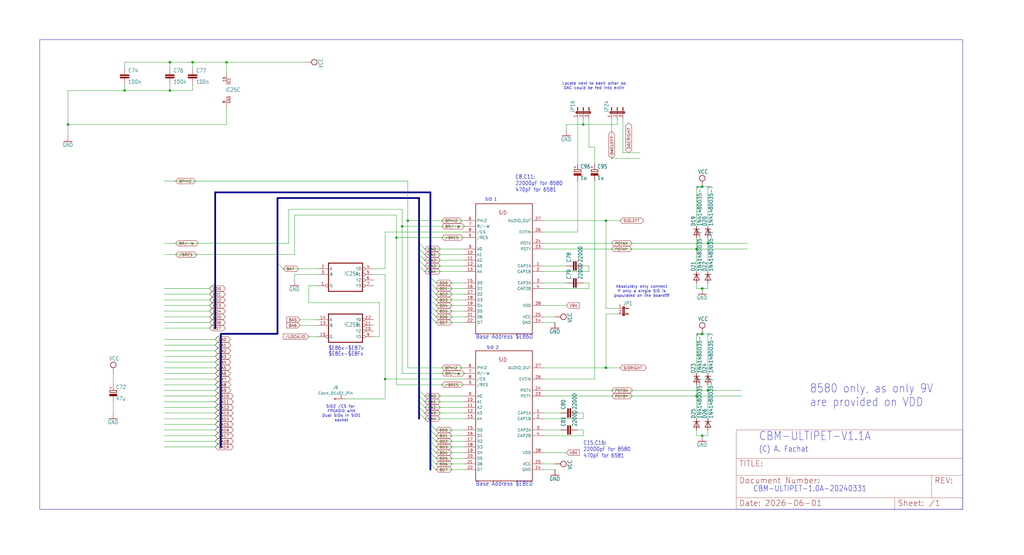
<source format=kicad_sch>
(kicad_sch (version 20250114) (generator "eeschema") (generator_version "9.0")
  (paper "User" 459.283 249.072)
  (text "Base Address $E860" (at 213.36 152.4 0) (effects (font (size 1.9304 1.6408)) (justify left bottom)))
  (text "SID2 /CS for \nFPGASID with\nDual SIDs in SID1\nsocket" (at 153.162 185.674 0) (effects (font (size 1.27 1.27))))
  (text "CBM-ULTIPET-V1.1A\n" (at 340.36 198.12 0) (effects (font (size 3.81 3.2385)) (justify left bottom)))
  (text "SID 1\n" (at 220.218 89.662 0) (effects (font (size 1.27 1.27))))
  (text "CBM-ULTIPET-1.0A-20240331" (at 337.82 220.98 0) (effects (font (size 2.54 2.159)) (justify left bottom)))
  (text "Base Address $E8E0" (at 213.36 218.44 0) (effects (font (size 1.9304 1.6408)) (justify left bottom)))
  (text "SID 2" (at 220.98 156.21 0) (effects (font (size 1.27 1.27))))
  (text "C8,C11:\n22000pF for 8580\n470pF for 6581" (at 231.14 86.36 0) (effects (font (size 1.778 1.5113)) (justify left bottom)))
  (text "Absolutely only connect\nif only a single SID is\npopulated on the board!!!" (at 287.782 130.81 0) (effects (font (size 1.27 1.27))))
  (text "(C) A. Fachat" (at 340.36 203.2 0) (effects (font (size 2.54 2.159)) (justify left bottom)))
  (text "C15,C16:\n22000pF for 8580\n470pF for 6581" (at 261.62 205.74 0) (effects (font (size 1.778 1.5113)) (justify left bottom)))
  (text "8580 only, as only 9V\nare provided on VDD" (at 363.22 182.88 0) (effects (font (size 3.81 3.2385)) (justify left bottom)))
  (text "$E8Ex-$E8Fx" (at 147.32 160.02 0) (effects (font (size 1.778 1.5113)) (justify left bottom)))
  (text "Locate next to each other so\nDAC could be fed into extin" (at 266.446 38.608 0) (effects (font (size 1.27 1.27))))
  (text "$E86x-$E87x" (at 147.32 157.48 0) (effects (font (size 1.778 1.5113)) (justify left bottom)))
  (junction (at 314.96 195.58))
  (junction (at 172.72 170.18))
  (junction (at 314.96 149.86))
  (junction (at 30.48 55.88))
  (junction (at 314.96 83.82))
  (junction (at 182.88 99.06))
  (junction (at 271.78 99.06))
  (junction (at 180.34 101.6))
  (junction (at 317.5 175.26))
  (junction (at 76.2 27.94))
  (junction (at 177.8 106.68))
  (junction (at 312.42 177.8))
  (junction (at 76.2 40.64))
  (junction (at 86.36 27.94))
  (junction (at 312.42 111.76))
  (junction (at 271.78 165.1))
  (junction (at 314.96 129.54))
  (junction (at 317.5 109.22))
  (junction (at 55.88 40.64))
  (junction (at 261.62 55.88))
  (junction (at 101.6 27.94))
  (bus_entry (at 190.5 177.8) (size -2.54 -2.54))
  (bus_entry (at 96.52 187.96) (size 2.54 -2.54))
  (bus_entry (at 190.5 111.76) (size -2.54 -2.54))
  (bus_entry (at 190.5 187.96) (size -2.54 -2.54))
  (bus_entry (at 96.52 185.42) (size 2.54 -2.54))
  (bus_entry (at 127 120.65) (size -2.54 -2.54))
  (bus_entry (at 96.52 160.02) (size 2.54 -2.54))
  (bus_entry (at 195.58 127) (size -2.54 -2.54))
  (bus_entry (at 93.98 144.78) (size 2.54 -2.54))
  (bus_entry (at 195.58 129.54) (size -2.54 -2.54))
  (bus_entry (at 195.58 208.28) (size -2.54 -2.54))
  (bus_entry (at 93.98 139.7) (size 2.54 -2.54))
  (bus_entry (at 93.98 134.62) (size 2.54 -2.54))
  (bus_entry (at 96.52 190.5) (size 2.54 -2.54))
  (bus_entry (at 96.52 152.4) (size 2.54 -2.54))
  (bus_entry (at 93.98 142.24) (size 2.54 -2.54))
  (bus_entry (at 195.58 193.04) (size -2.54 -2.54))
  (bus_entry (at 190.5 116.84) (size -2.54 -2.54))
  (bus_entry (at 195.58 203.2) (size -2.54 -2.54))
  (bus_entry (at 195.58 137.16) (size -2.54 -2.54))
  (bus_entry (at 190.5 121.92) (size -2.54 -2.54))
  (bus_entry (at 96.52 182.88) (size 2.54 -2.54))
  (bus_entry (at 195.58 205.74) (size -2.54 -2.54))
  (bus_entry (at 96.52 198.12) (size 2.54 -2.54))
  (bus_entry (at 96.52 170.18) (size 2.54 -2.54))
  (bus_entry (at 96.52 162.56) (size 2.54 -2.54))
  (bus_entry (at 96.52 195.58) (size 2.54 -2.54))
  (bus_entry (at 96.52 180.34) (size 2.54 -2.54))
  (bus_entry (at 195.58 210.82) (size -2.54 -2.54))
  (bus_entry (at 93.98 137.16) (size 2.54 -2.54))
  (bus_entry (at 93.98 129.54) (size 2.54 -2.54))
  (bus_entry (at 195.58 195.58) (size -2.54 -2.54))
  (bus_entry (at 195.58 200.66) (size -2.54 -2.54))
  (bus_entry (at 195.58 139.7) (size -2.54 -2.54))
  (bus_entry (at 93.98 147.32) (size 2.54 -2.54))
  (bus_entry (at 195.58 142.24) (size -2.54 -2.54))
  (bus_entry (at 190.5 114.3) (size -2.54 -2.54))
  (bus_entry (at 93.98 132.08) (size 2.54 -2.54))
  (bus_entry (at 190.5 119.38) (size -2.54 -2.54))
  (bus_entry (at 195.58 132.08) (size -2.54 -2.54))
  (bus_entry (at 195.58 134.62) (size -2.54 -2.54))
  (bus_entry (at 195.58 144.78) (size -2.54 -2.54))
  (bus_entry (at 96.52 177.8) (size 2.54 -2.54))
  (bus_entry (at 190.5 180.34) (size -2.54 -2.54))
  (bus_entry (at 190.5 185.42) (size -2.54 -2.54))
  (bus_entry (at 195.58 198.12) (size -2.54 -2.54))
  (bus_entry (at 190.5 182.88) (size -2.54 -2.54))
  (bus_entry (at 96.52 193.04) (size 2.54 -2.54))
  (bus_entry (at 96.52 200.66) (size 2.54 -2.54))
  (bus_entry (at 96.52 154.94) (size 2.54 -2.54))
  (bus_entry (at 96.52 172.72) (size 2.54 -2.54))
  (bus_entry (at 96.52 175.26) (size 2.54 -2.54))
  (bus_entry (at 96.52 157.48) (size 2.54 -2.54))
  (bus_entry (at 96.52 165.1) (size 2.54 -2.54))
  (bus_entry (at 96.52 167.64) (size 2.54 -2.54))
  (wire (pts (xy 208.28 205.74) (xy 195.58 205.74)) (stroke (width 0.1524)))
  (wire (pts (xy 261.62 55.88) (xy 254 55.88)) (stroke (width 0.1524)))
  (wire (pts (xy 177.8 106.68) (xy 177.8 172.72)) (stroke (width 0.1524)))
  (wire (pts (xy 312.42 177.8) (xy 312.42 172.72)) (stroke (width 0.1524)))
  (wire (pts (xy 312.42 193.04) (xy 312.42 195.58)) (stroke (width 0.1524)))
  (wire (pts (xy 86.36 40.64) (xy 86.36 38.1)) (stroke (width 0.1524)))
  (wire (pts (xy 177.8 96.52) (xy 177.8 106.68)) (stroke (width 0.1524)))
  (wire (pts (xy 259.08 81.28) (xy 259.08 104.14)) (stroke (width 0.1524)))
  (wire (pts (xy 274.32 71.12) (xy 287.02 71.12)) (stroke (width 0.1524)))
  (wire (pts (xy 101.6 27.94) (xy 137.16 27.94)) (stroke (width 0.1524)))
  (bus (pts (xy 193.04 198.12) (xy 193.04 200.66)) (stroke (width 0.762)))
  (wire (pts (xy 317.5 106.68) (xy 317.5 109.22)) (stroke (width 0.1524)))
  (wire (pts (xy 73.66 165.1) (xy 96.52 165.1)) (stroke (width 0.1524)))
  (polyline (pts (xy 17.78 17.78) (xy 431.8 17.78)) (stroke (width 0.1524) (type solid)))
  (bus (pts (xy 193.04 132.08) (xy 193.04 134.62)) (stroke (width 0.762)))
  (bus (pts (xy 96.52 144.78) (xy 96.52 142.24)) (stroke (width 0.762)))
  (wire (pts (xy 243.84 109.22) (xy 317.5 109.22)) (stroke (width 0.1524)))
  (wire (pts (xy 50.8 185.42) (xy 50.8 180.34)) (stroke (width 0.1524)))
  (bus (pts (xy 193.04 142.24) (xy 193.04 190.5)) (stroke (width 0.762)))
  (wire (pts (xy 180.34 93.98) (xy 180.34 101.6)) (stroke (width 0.1524)))
  (wire (pts (xy 243.84 142.24) (xy 248.92 142.24)) (stroke (width 0.1524)))
  (wire (pts (xy 208.28 134.62) (xy 195.58 134.62)) (stroke (width 0.1524)))
  (wire (pts (xy 261.62 185.42) (xy 259.08 185.42)) (stroke (width 0.1524)))
  (wire (pts (xy 101.6 55.88) (xy 30.48 55.88)) (stroke (width 0.1524)))
  (wire (pts (xy 73.66 114.3) (xy 132.08 114.3)) (stroke (width 0.1524)))
  (wire (pts (xy 172.72 123.19) (xy 172.72 170.18)) (stroke (width 0.1524)))
  (wire (pts (xy 73.66 81.28) (xy 182.88 81.28)) (stroke (width 0.1524)))
  (wire (pts (xy 208.28 144.78) (xy 195.58 144.78)) (stroke (width 0.1524)))
  (wire (pts (xy 76.2 27.94) (xy 86.36 27.94)) (stroke (width 0.1524)))
  (wire (pts (xy 243.84 119.38) (xy 254 119.38)) (stroke (width 0.1524)))
  (wire (pts (xy 73.66 137.16) (xy 93.98 137.16)) (stroke (width 0.1524)))
  (wire (pts (xy 314.96 83.82) (xy 312.42 83.82)) (stroke (width 0.1524)))
  (wire (pts (xy 261.62 53.34) (xy 261.62 55.88)) (stroke (width 0.1524)))
  (bus (pts (xy 99.06 190.5) (xy 99.06 193.04)) (stroke (width 0.762)))
  (wire (pts (xy 314.96 195.58) (xy 317.5 195.58)) (stroke (width 0.1524)))
  (bus (pts (xy 193.04 86.36) (xy 193.04 124.46)) (stroke (width 0.762)))
  (wire (pts (xy 312.42 129.54) (xy 314.96 129.54)) (stroke (width 0.1524)))
  (wire (pts (xy 73.66 132.08) (xy 93.98 132.08)) (stroke (width 0.1524)))
  (bus (pts (xy 99.06 149.86) (xy 124.46 149.86)) (stroke (width 0.762)))
  (wire (pts (xy 264.16 66.04) (xy 266.7 66.04)) (stroke (width 0.1524)))
  (wire (pts (xy 276.86 140.97) (xy 271.78 140.97)))
  (wire (pts (xy 243.84 195.58) (xy 261.62 195.58)) (stroke (width 0.1524)))
  (bus (pts (xy 193.04 195.58) (xy 193.04 198.12)) (stroke (width 0.762)))
  (bus (pts (xy 193.04 124.46) (xy 193.04 127)) (stroke (width 0.762)))
  (wire (pts (xy 73.66 198.12) (xy 96.52 198.12)) (stroke (width 0.1524)))
  (bus (pts (xy 187.96 109.22) (xy 187.96 111.76)) (stroke (width 0.762)))
  (wire (pts (xy 73.66 180.34) (xy 96.52 180.34)) (stroke (width 0.1524)))
  (wire (pts (xy 55.88 27.94) (xy 76.2 27.94)) (stroke (width 0.1524)))
  (wire (pts (xy 312.42 111.76) (xy 335.28 111.76)) (stroke (width 0.1524)))
  (wire (pts (xy 312.42 187.96) (xy 312.42 177.8)) (stroke (width 0.1524)))
  (wire (pts (xy 172.72 170.18) (xy 208.28 170.18)) (stroke (width 0.1524)))
  (bus (pts (xy 99.06 198.12) (xy 99.06 200.66)) (stroke (width 0.762)))
  (wire (pts (xy 167.64 120.65) (xy 172.72 120.65)) (stroke (width 0.1524)))
  (wire (pts (xy 73.66 147.32) (xy 93.98 147.32)) (stroke (width 0.1524)))
  (wire (pts (xy 243.84 99.06) (xy 271.78 99.06)) (stroke (width 0.1524)))
  (wire (pts (xy 30.48 55.88) (xy 30.48 40.64)) (stroke (width 0.1524)))
  (wire (pts (xy 261.62 193.04) (xy 259.08 193.04)) (stroke (width 0.1524)))
  (wire (pts (xy 243.84 111.76) (xy 312.42 111.76)) (stroke (width 0.1524)))
  (wire (pts (xy 261.62 195.58) (xy 261.62 193.04)) (stroke (width 0.1524)))
  (wire (pts (xy 243.84 177.8) (xy 312.42 177.8)) (stroke (width 0.1524)))
  (wire (pts (xy 279.4 68.58) (xy 287.02 68.58)) (stroke (width 0.1524)))
  (wire (pts (xy 317.5 109.22) (xy 317.5 121.92)) (stroke (width 0.1524)))
  (polyline (pts (xy 431.8 228.6) (xy 17.78 228.6)) (stroke (width 0.1524) (type solid)))
  (wire (pts (xy 208.28 177.8) (xy 190.5 177.8)) (stroke (width 0.1524)))
  (bus (pts (xy 124.46 88.9) (xy 187.96 88.9)) (stroke (width 0.762)))
  (wire (pts (xy 271.78 165.1) (xy 278.13 165.1)) (stroke (width 0.1524)))
  (bus (pts (xy 99.06 193.04) (xy 99.06 195.58)) (stroke (width 0.762)))
  (wire (pts (xy 243.84 144.78) (xy 248.92 144.78)) (stroke (width 0.1524)))
  (wire (pts (xy 312.42 149.86) (xy 314.96 149.86)) (stroke (width 0.1524)))
  (wire (pts (xy 243.84 210.82) (xy 248.92 210.82)) (stroke (width 0.1524)))
  (wire (pts (xy 73.66 172.72) (xy 96.52 172.72)) (stroke (width 0.1524)))
  (wire (pts (xy 208.28 106.68) (xy 177.8 106.68)) (stroke (width 0.1524)))
  (wire (pts (xy 314.96 129.54) (xy 317.5 129.54)) (stroke (width 0.1524)))
  (wire (pts (xy 138.43 151.13) (xy 142.24 151.13)))
  (bus (pts (xy 124.46 118.11) (xy 124.46 88.9)) (stroke (width 0.762)))
  (bus (pts (xy 187.96 185.42) (xy 187.96 187.96)) (stroke (width 0.762)))
  (bus (pts (xy 99.06 157.48) (xy 99.06 160.02)) (stroke (width 0.762)))
  (wire (pts (xy 208.28 137.16) (xy 195.58 137.16)) (stroke (width 0.1524)))
  (wire (pts (xy 170.18 135.89) (xy 170.18 151.13)))
  (wire (pts (xy 271.78 140.97) (xy 271.78 165.1)))
  (wire (pts (xy 73.66 129.54) (xy 93.98 129.54)) (stroke (width 0.1524)))
  (wire (pts (xy 274.32 53.34) (xy 274.32 71.12)) (stroke (width 0.1524)))
  (bus (pts (xy 99.06 172.72) (xy 99.06 175.26)) (stroke (width 0.762)))
  (wire (pts (xy 73.66 152.4) (xy 96.52 152.4)) (stroke (width 0.1524)))
  (bus (pts (xy 193.04 193.04) (xy 193.04 195.58)) (stroke (width 0.762)))
  (wire (pts (xy 134.62 143.51) (xy 142.24 143.51)))
  (bus (pts (xy 96.52 142.24) (xy 96.52 139.7)) (stroke (width 0.762)))
  (bus (pts (xy 99.06 182.88) (xy 99.06 185.42)) (stroke (width 0.762)))
  (wire (pts (xy 208.28 132.08) (xy 195.58 132.08)) (stroke (width 0.1524)))
  (wire (pts (xy 312.42 106.68) (xy 312.42 111.76)) (stroke (width 0.1524)))
  (wire (pts (xy 50.8 167.64) (xy 50.8 172.72)) (stroke (width 0.1524)))
  (bus (pts (xy 96.52 86.36) (xy 193.04 86.36)) (stroke (width 0.762)))
  (wire (pts (xy 180.34 101.6) (xy 180.34 167.64)) (stroke (width 0.1524)))
  (wire (pts (xy 73.66 170.18) (xy 96.52 170.18)) (stroke (width 0.1524)))
  (bus (pts (xy 193.04 127) (xy 193.04 129.54)) (stroke (width 0.762)))
  (wire (pts (xy 208.28 111.76) (xy 190.5 111.76)) (stroke (width 0.1524)))
  (wire (pts (xy 73.66 200.66) (xy 96.52 200.66)) (stroke (width 0.1524)))
  (wire (pts (xy 208.28 121.92) (xy 190.5 121.92)) (stroke (width 0.1524)))
  (wire (pts (xy 177.8 172.72) (xy 208.28 172.72)) (stroke (width 0.1524)))
  (wire (pts (xy 264.16 129.54) (xy 264.16 127)) (stroke (width 0.1524)))
  (wire (pts (xy 73.66 160.02) (xy 96.52 160.02)) (stroke (width 0.1524)))
  (wire (pts (xy 76.2 40.64) (xy 86.36 40.64)) (stroke (width 0.1524)))
  (wire (pts (xy 129.54 93.98) (xy 180.34 93.98)) (stroke (width 0.1524)))
  (wire (pts (xy 271.78 165.1) (xy 270.51 165.1)))
  (wire (pts (xy 208.28 193.04) (xy 195.58 193.04)) (stroke (width 0.1524)))
  (bus (pts (xy 96.52 127) (xy 96.52 86.36)) (stroke (width 0.762)))
  (bus (pts (xy 187.96 177.8) (xy 187.96 180.34)) (stroke (width 0.762)))
  (wire (pts (xy 243.84 137.16) (xy 254 137.16)) (stroke (width 0.1524)))
  (wire (pts (xy 317.5 149.86) (xy 317.5 167.64)) (stroke (width 0.1524)))
  (wire (pts (xy 208.28 182.88) (xy 190.5 182.88)) (stroke (width 0.1524)))
  (wire (pts (xy 73.66 144.78) (xy 93.98 144.78)) (stroke (width 0.1524)))
  (wire (pts (xy 73.66 182.88) (xy 96.52 182.88)) (stroke (width 0.1524)))
  (wire (pts (xy 86.36 27.94) (xy 101.6 27.94)) (stroke (width 0.1524)))
  (bus (pts (xy 193.04 137.16) (xy 193.04 139.7)) (stroke (width 0.762)))
  (wire (pts (xy 73.66 175.26) (xy 96.52 175.26)) (stroke (width 0.1524)))
  (bus (pts (xy 99.06 160.02) (xy 99.06 162.56)) (stroke (width 0.762)))
  (wire (pts (xy 208.28 127) (xy 195.58 127)) (stroke (width 0.1524)))
  (wire (pts (xy 208.28 114.3) (xy 190.5 114.3)) (stroke (width 0.1524)))
  (wire (pts (xy 243.84 193.04) (xy 251.46 193.04)) (stroke (width 0.1524)))
  (wire (pts (xy 73.66 187.96) (xy 96.52 187.96)) (stroke (width 0.1524)))
  (wire (pts (xy 271.78 99.06) (xy 278.13 99.06)) (stroke (width 0.1524)))
  (wire (pts (xy 73.66 162.56) (xy 96.52 162.56)) (stroke (width 0.1524)))
  (wire (pts (xy 317.5 175.26) (xy 317.5 172.72)) (stroke (width 0.1524)))
  (wire (pts (xy 182.88 165.1) (xy 208.28 165.1)) (stroke (width 0.1524)))
  (bus (pts (xy 187.96 116.84) (xy 187.96 119.38)) (stroke (width 0.762)))
  (wire (pts (xy 208.28 129.54) (xy 195.58 129.54)) (stroke (width 0.1524)))
  (wire (pts (xy 317.5 129.54) (xy 317.5 127)) (stroke (width 0.1524)))
  (wire (pts (xy 243.84 208.28) (xy 248.92 208.28)) (stroke (width 0.1524)))
  (wire (pts (xy 132.08 114.3) (xy 132.08 96.52)) (stroke (width 0.1524)))
  (wire (pts (xy 243.84 175.26) (xy 317.5 175.26)) (stroke (width 0.1524)))
  (wire (pts (xy 142.24 123.19) (xy 132.08 123.19)) (stroke (width 0.1524)))
  (wire (pts (xy 266.7 66.04) (xy 266.7 73.66)) (stroke (width 0.1524)))
  (wire (pts (xy 132.08 96.52) (xy 177.8 96.52)) (stroke (width 0.1524)))
  (wire (pts (xy 76.2 40.64) (xy 76.2 38.1)) (stroke (width 0.1524)))
  (bus (pts (xy 99.06 149.86) (xy 99.06 152.4)) (stroke (width 0.762)))
  (bus (pts (xy 99.06 152.4) (xy 99.06 154.94)) (stroke (width 0.762)))
  (wire (pts (xy 264.16 121.92) (xy 264.16 119.38)) (stroke (width 0.1524)))
  (bus (pts (xy 193.04 134.62) (xy 193.04 137.16)) (stroke (width 0.762)))
  (bus (pts (xy 187.96 88.9) (xy 187.96 109.22)) (stroke (width 0.762)))
  (bus (pts (xy 96.52 129.54) (xy 96.52 127)) (stroke (width 0.762)))
  (bus (pts (xy 99.06 180.34) (xy 99.06 182.88)) (stroke (width 0.762)))
  (wire (pts (xy 243.84 185.42) (xy 251.46 185.42)) (stroke (width 0.1524)))
  (wire (pts (xy 101.6 33.02) (xy 101.6 27.94)) (stroke (width 0.1524)))
  (wire (pts (xy 208.28 116.84) (xy 190.5 116.84)) (stroke (width 0.1524)))
  (wire (pts (xy 73.66 185.42) (xy 96.52 185.42)) (stroke (width 0.1524)))
  (bus (pts (xy 99.06 175.26) (xy 99.06 177.8)) (stroke (width 0.762)))
  (wire (pts (xy 259.08 53.34) (xy 259.08 73.66)) (stroke (width 0.1524)))
  (wire (pts (xy 208.28 139.7) (xy 195.58 139.7)) (stroke (width 0.1524)))
  (wire (pts (xy 73.66 109.22) (xy 129.54 109.22)) (stroke (width 0.1524)))
  (bus (pts (xy 99.06 185.42) (xy 99.06 187.96)) (stroke (width 0.762)))
  (wire (pts (xy 312.42 111.76) (xy 312.42 121.92)) (stroke (width 0.1524)))
  (bus (pts (xy 193.04 205.74) (xy 193.04 208.28)) (stroke (width 0.762)))
  (wire (pts (xy 208.28 203.2) (xy 195.58 203.2)) (stroke (width 0.1524)))
  (wire (pts (xy 312.42 167.64) (xy 312.42 149.86)) (stroke (width 0.1524)))
  (wire (pts (xy 276.86 55.88) (xy 276.86 53.34)) (stroke (width 0.1524)))
  (polyline (pts (xy 431.8 17.78) (xy 431.8 228.6)) (stroke (width 0.1524) (type solid)))
  (wire (pts (xy 208.28 99.06) (xy 182.88 99.06)) (stroke (width 0.1524)))
  (wire (pts (xy 154.94 179.07) (xy 172.72 179.07)))
  (wire (pts (xy 264.16 53.34) (xy 264.16 66.04)) (stroke (width 0.1524)))
  (wire (pts (xy 314.96 149.86) (xy 317.5 149.86)) (stroke (width 0.1524)))
  (wire (pts (xy 208.28 180.34) (xy 190.5 180.34)) (stroke (width 0.1524)))
  (wire (pts (xy 208.28 195.58) (xy 195.58 195.58)) (stroke (width 0.1524)))
  (wire (pts (xy 243.84 203.2) (xy 254 203.2)) (stroke (width 0.1524)))
  (wire (pts (xy 254 55.88) (xy 254 58.42)) (stroke (width 0.1524)))
  (wire (pts (xy 312.42 83.82) (xy 312.42 101.6)) (stroke (width 0.1524)))
  (wire (pts (xy 182.88 99.06) (xy 182.88 165.1)) (stroke (width 0.1524)))
  (wire (pts (xy 312.42 127) (xy 312.42 129.54)) (stroke (width 0.1524)))
  (bus (pts (xy 187.96 111.76) (xy 187.96 114.3)) (stroke (width 0.762)))
  (wire (pts (xy 312.42 177.8) (xy 332.74 177.8)) (stroke (width 0.1524)))
  (wire (pts (xy 276.86 138.43) (xy 271.78 138.43)))
  (wire (pts (xy 208.28 198.12) (xy 195.58 198.12)) (stroke (width 0.1524)))
  (wire (pts (xy 264.16 119.38) (xy 261.62 119.38)) (stroke (width 0.1524)))
  (wire (pts (xy 208.28 119.38) (xy 190.5 119.38)) (stroke (width 0.1524)))
  (wire (pts (xy 172.72 120.65) (xy 172.72 104.14)) (stroke (width 0.1524)))
  (wire (pts (xy 73.66 157.48) (xy 96.52 157.48)) (stroke (width 0.1524)))
  (wire (pts (xy 266.7 170.18) (xy 243.84 170.18)) (stroke (width 0.1524)))
  (bus (pts (xy 99.06 195.58) (xy 99.06 198.12)) (stroke (width 0.762)))
  (bus (pts (xy 96.52 137.16) (xy 96.52 134.62)) (stroke (width 0.762)))
  (bus (pts (xy 99.06 162.56) (xy 99.06 165.1)) (stroke (width 0.762)))
  (wire (pts (xy 73.66 195.58) (xy 96.52 195.58)) (stroke (width 0.1524)))
  (wire (pts (xy 264.16 127) (xy 261.62 127)) (stroke (width 0.1524)))
  (wire (pts (xy 142.24 120.65) (xy 127 120.65)) (stroke (width 0.1524)))
  (wire (pts (xy 317.5 109.22) (xy 335.28 109.22)) (stroke (width 0.1524)))
  (bus (pts (xy 193.04 139.7) (xy 193.04 142.24)) (stroke (width 0.762)))
  (bus (pts (xy 99.06 154.94) (xy 99.06 157.48)) (stroke (width 0.762)))
  (bus (pts (xy 99.06 187.96) (xy 99.06 190.5)) (stroke (width 0.762)))
  (wire (pts (xy 208.28 142.24) (xy 195.58 142.24)) (stroke (width 0.1524)))
  (wire (pts (xy 317.5 187.96) (xy 317.5 175.26)) (stroke (width 0.1524)))
  (bus (pts (xy 99.06 177.8) (xy 99.06 180.34)) (stroke (width 0.762)))
  (wire (pts (xy 243.84 129.54) (xy 264.16 129.54)) (stroke (width 0.1524)))
  (wire (pts (xy 314.96 83.82) (xy 317.5 83.82)) (stroke (width 0.1524)))
  (bus (pts (xy 187.96 114.3) (xy 187.96 116.84)) (stroke (width 0.762)))
  (wire (pts (xy 73.66 177.8) (xy 96.52 177.8)) (stroke (width 0.1524)))
  (wire (pts (xy 266.7 81.28) (xy 266.7 170.18)) (stroke (width 0.1524)))
  (wire (pts (xy 279.4 53.34) (xy 279.4 68.58)) (stroke (width 0.1524)))
  (wire (pts (xy 101.6 48.26) (xy 101.6 55.88)) (stroke (width 0.1524)))
  (bus (pts (xy 193.04 208.28) (xy 193.04 210.82)) (stroke (width 0.762)))
  (wire (pts (xy 243.84 121.92) (xy 264.16 121.92)) (stroke (width 0.1524)))
  (wire (pts (xy 30.48 60.96) (xy 30.48 55.88)) (stroke (width 0.1524)))
  (bus (pts (xy 187.96 175.26) (xy 187.96 177.8)) (stroke (width 0.762)))
  (wire (pts (xy 271.78 138.43) (xy 271.78 99.06)))
  (wire (pts (xy 243.84 127) (xy 254 127)) (stroke (width 0.1524)))
  (bus (pts (xy 187.96 180.34) (xy 187.96 182.88)) (stroke (width 0.762)))
  (wire (pts (xy 30.48 40.64) (xy 55.88 40.64)) (stroke (width 0.1524)))
  (wire (pts (xy 243.84 187.96) (xy 261.62 187.96)) (stroke (width 0.1524)))
  (bus (pts (xy 124.46 149.86) (xy 124.46 118.11)) (stroke (width 0.762)))
  (wire (pts (xy 172.72 104.14) (xy 208.28 104.14)) (stroke (width 0.1524)))
  (bus (pts (xy 96.52 139.7) (xy 96.52 137.16)) (stroke (width 0.762)))
  (polyline (pts (xy 17.78 228.6) (xy 17.78 17.78)) (stroke (width 0.1524) (type solid)))
  (wire (pts (xy 138.43 128.27) (xy 142.24 128.27)))
  (wire (pts (xy 259.08 104.14) (xy 243.84 104.14)) (stroke (width 0.1524)))
  (wire (pts (xy 317.5 83.82) (xy 317.5 101.6)) (stroke (width 0.1524)))
  (bus (pts (xy 193.04 203.2) (xy 193.04 205.74)) (stroke (width 0.762)))
  (wire (pts (xy 317.5 175.26) (xy 332.74 175.26)) (stroke (width 0.1524)))
  (wire (pts (xy 317.5 195.58) (xy 317.5 193.04)) (stroke (width 0.1524)))
  (wire (pts (xy 86.36 30.48) (xy 86.36 27.94)) (stroke (width 0.1524)))
  (wire (pts (xy 73.66 134.62) (xy 93.98 134.62)) (stroke (width 0.1524)))
  (wire (pts (xy 73.66 139.7) (xy 93.98 139.7)) (stroke (width 0.1524)))
  (wire (pts (xy 312.42 195.58) (xy 314.96 195.58)) (stroke (width 0.1524)))
  (bus (pts (xy 96.52 147.32) (xy 96.52 144.78)) (stroke (width 0.762)))
  (bus (pts (xy 193.04 190.5) (xy 193.04 193.04)) (stroke (width 0.762)))
  (wire (pts (xy 208.28 187.96) (xy 190.5 187.96)) (stroke (width 0.1524)))
  (wire (pts (xy 134.62 146.05) (xy 142.24 146.05)))
  (wire (pts (xy 76.2 30.48) (xy 76.2 27.94)) (stroke (width 0.1524)))
  (wire (pts (xy 170.18 135.89) (xy 138.43 135.89)))
  (bus (pts (xy 99.06 165.1) (xy 99.06 167.64)) (stroke (width 0.762)))
  (wire (pts (xy 167.64 123.19) (xy 172.72 123.19)) (stroke (width 0.1524)))
  (bus (pts (xy 96.52 134.62) (xy 96.52 132.08)) (stroke (width 0.762)))
  (bus (pts (xy 99.06 167.64) (xy 99.06 170.18)) (stroke (width 0.762)))
  (wire (pts (xy 172.72 179.07) (xy 172.72 170.18)))
  (bus (pts (xy 193.04 200.66) (xy 193.04 203.2)) (stroke (width 0.762)))
  (bus (pts (xy 187.96 182.88) (xy 187.96 185.42)) (stroke (width 0.762)))
  (wire (pts (xy 182.88 81.28) (xy 182.88 99.06)) (stroke (width 0.1524)))
  (wire (pts (xy 208.28 200.66) (xy 195.58 200.66)) (stroke (width 0.1524)))
  (wire (pts (xy 208.28 101.6) (xy 180.34 101.6)) (stroke (width 0.1524)))
  (wire (pts (xy 243.84 165.1) (xy 271.78 165.1)) (stroke (width 0.1524)))
  (bus (pts (xy 96.52 132.08) (xy 96.52 129.54)) (stroke (width 0.762)))
  (bus (pts (xy 99.06 170.18) (xy 99.06 172.72)) (stroke (width 0.762)))
  (wire (pts (xy 55.88 40.64) (xy 76.2 40.64)) (stroke (width 0.1524)))
  (wire (pts (xy 208.28 208.28) (xy 195.58 208.28)) (stroke (width 0.1524)))
  (bus (pts (xy 187.96 119.38) (xy 187.96 175.26)) (stroke (width 0.762)))
  (bus (pts (xy 193.04 129.54) (xy 193.04 132.08)) (stroke (width 0.762)))
  (wire (pts (xy 132.08 123.19) (xy 132.08 125.73)) (stroke (width 0.1524)))
  (wire (pts (xy 73.66 142.24) (xy 93.98 142.24)) (stroke (width 0.1524)))
  (wire (pts (xy 261.62 187.96) (xy 261.62 185.42)) (stroke (width 0.1524)))
  (wire (pts (xy 138.43 135.89) (xy 138.43 128.27)))
  (wire (pts (xy 73.66 193.04) (xy 96.52 193.04)) (stroke (width 0.1524)))
  (wire (pts (xy 55.88 38.1) (xy 55.88 40.64)) (stroke (width 0.1524)))
  (wire (pts (xy 55.88 30.48) (xy 55.88 27.94)) (stroke (width 0.1524)))
  (wire (pts (xy 208.28 185.42) (xy 190.5 185.42)) (stroke (width 0.1524)))
  (wire (pts (xy 180.34 167.64) (xy 208.28 167.64)) (stroke (width 0.1524)))
  (wire (pts (xy 208.28 210.82) (xy 195.58 210.82)) (stroke (width 0.1524)))
  (wire (pts (xy 167.64 151.13) (xy 170.18 151.13)))
  (wire (pts (xy 73.66 154.94) (xy 96.52 154.94)) (stroke (width 0.1524)))
  (wire (pts (xy 129.54 109.22) (xy 129.54 93.98)) (stroke (width 0.1524)))
  (wire (pts (xy 261.62 55.88) (xy 276.86 55.88)) (stroke (width 0.1524)))
  (wire (pts (xy 73.66 167.64) (xy 96.52 167.64)) (stroke (width 0.1524)))
  (wire (pts (xy 73.66 190.5) (xy 96.52 190.5)) (stroke (width 0.1524)))
  (global_label "V9V" (shape input) (at 254 137.16 0) (property "Intersheetrefs" "${INTERSHEET_REFS}" (effects (hide yes))))
  (global_label "DACLEFT" (shape bidirectional) (at 274.32 71.12 90) (effects (font (size 1.3513 1.3513))) (property "Intersheetrefs" "${INTERSHEET_REFS}" (effects (hide yes))))
  (global_label "BD7" (shape bidirectional) (at 195.58 144.78 0) (effects (font (size 1.2446 1.2446))) (property "Intersheetrefs" "${INTERSHEET_REFS}" (effects (hide yes))))
  (global_label "BA1" (shape bidirectional) (at 96.52 154.94 0) (effects (font (size 1.2446 1.2446))) (property "Intersheetrefs" "${INTERSHEET_REFS}" (effects (hide yes))))
  (global_label "BD5" (shape bidirectional) (at 93.98 142.24 0) (effects (font (size 1.2446 1.2446))) (property "Intersheetrefs" "${INTERSHEET_REFS}" (effects (hide yes))))
  (global_label "BA0" (shape bidirectional) (at 190.5 177.8 0) (effects (font (size 1.2446 1.2446))) (property "Intersheetrefs" "${INTERSHEET_REFS}" (effects (hide yes))))
  (global_label "BD3" (shape bidirectional) (at 195.58 200.66 0) (effects (font (size 1.2446 1.2446))) (property "Intersheetrefs" "${INTERSHEET_REFS}" (effects (hide yes))))
  (global_label "V9V" (shape input) (at 254 203.2 0) (property "Intersheetrefs" "${INTERSHEET_REFS}" (effects (hide yes))))
  (global_label "BA4" (shape bidirectional) (at 190.5 121.92 0) (effects (font (size 1.2446 1.2446))) (property "Intersheetrefs" "${INTERSHEET_REFS}" (effects (hide yes))))
  (global_label "POTAX" (shape bidirectional) (at 274.32 109.22 0) (effects (font (size 1.2446 1.2446))) (property "Intersheetrefs" "${INTERSHEET_REFS}" (effects (hide yes))))
  (global_label "BR/-W" (shape bidirectional) (at 198.12 101.6 0) (effects (font (size 1.2446 1.2446))) (property "Intersheetrefs" "${INTERSHEET_REFS}" (effects (hide yes))))
  (global_label "POTBY" (shape bidirectional) (at 274.32 177.8 0) (effects (font (size 1.2446 1.2446))) (property "Intersheetrefs" "${INTERSHEET_REFS}" (effects (hide yes))))
  (global_label "BD6" (shape bidirectional) (at 93.98 144.78 0) (effects (font (size 1.2446 1.2446))) (property "Intersheetrefs" "${INTERSHEET_REFS}" (effects (hide yes))))
  (global_label "BD2" (shape bidirectional) (at 195.58 198.12 0) (effects (font (size 1.2446 1.2446))) (property "Intersheetrefs" "${INTERSHEET_REFS}" (effects (hide yes))))
  (global_label "POTAY" (shape bidirectional) (at 274.32 111.76 0) (effects (font (size 1.2446 1.2446))) (property "Intersheetrefs" "${INTERSHEET_REFS}" (effects (hide yes))))
  (global_label "BA0" (shape bidirectional) (at 96.52 152.4 0) (effects (font (size 1.2446 1.2446))) (property "Intersheetrefs" "${INTERSHEET_REFS}" (effects (hide yes))))
  (global_label "BPHI2" (shape bidirectional) (at 198.12 165.1 0) (effects (font (size 1.2446 1.2446))) (property "Intersheetrefs" "${INTERSHEET_REFS}" (effects (hide yes))))
  (global_label "BPHI2" (shape bidirectional) (at 78.74 81.28 0) (effects (font (size 1.2446 1.2446))) (property "Intersheetrefs" "${INTERSHEET_REFS}" (effects (hide yes))))
  (global_label "BA0" (shape bidirectional) (at 190.5 111.76 0) (effects (font (size 1.2446 1.2446))) (property "Intersheetrefs" "${INTERSHEET_REFS}" (effects (hide yes))))
  (global_label "BD4" (shape bidirectional) (at 93.98 139.7 0) (effects (font (size 1.2446 1.2446))) (property "Intersheetrefs" "${INTERSHEET_REFS}" (effects (hide yes))))
  (global_label "BA6" (shape input) (at 134.62 146.05 180) (property "Intersheetrefs" "${INTERSHEET_REFS}" (effects (hide yes))))
  (global_label "BD1" (shape bidirectional) (at 195.58 129.54 0) (effects (font (size 1.2446 1.2446))) (property "Intersheetrefs" "${INTERSHEET_REFS}" (effects (hide yes))))
  (global_label "BD0" (shape bidirectional) (at 195.58 193.04 0) (effects (font (size 1.2446 1.2446))) (property "Intersheetrefs" "${INTERSHEET_REFS}" (effects (hide yes))))
  (global_label "BPHI2" (shape bidirectional) (at 198.12 99.06 0) (effects (font (size 1.2446 1.2446))) (property "Intersheetrefs" "${INTERSHEET_REFS}" (effects (hide yes))))
  (global_label "BA3" (shape bidirectional) (at 190.5 119.38 0) (effects (font (size 1.2446 1.2446))) (property "Intersheetrefs" "${INTERSHEET_REFS}" (effects (hide yes))))
  (global_label "BA7" (shape bidirectional) (at 127 120.65 0) (effects (font (size 1.2446 1.2446))) (property "Intersheetrefs" "${INTERSHEET_REFS}" (effects (hide yes))))
  (global_label "BA5" (shape input) (at 134.62 143.51 180) (property "Intersheetrefs" "${INTERSHEET_REFS}" (effects (hide yes))))
  (global_label "BA7" (shape bidirectional) (at 96.52 170.18 0) (effects (font (size 1.2446 1.2446))) (property "Intersheetrefs" "${INTERSHEET_REFS}" (effects (hide yes))))
  (global_label "BD0" (shape bidirectional) (at 195.58 127 0) (effects (font (size 1.2446 1.2446))) (property "Intersheetrefs" "${INTERSHEET_REFS}" (effects (hide yes))))
  (global_label "BA9" (shape bidirectional) (at 96.52 175.26 0) (effects (font (size 1.2446 1.2446))) (property "Intersheetrefs" "${INTERSHEET_REFS}" (effects (hide yes))))
  (global_label "{slash}LOCALIO" (shape input) (at 138.43 151.13 180) (property "Intersheetrefs" "${INTERSHEET_REFS}" (effects (hide yes))))
  (global_label "BD2" (shape bidirectional) (at 195.58 132.08 0) (effects (font (size 1.2446 1.2446))) (property "Intersheetrefs" "${INTERSHEET_REFS}" (effects (hide yes))))
  (global_label "BD6" (shape bidirectional) (at 195.58 208.28 0) (effects (font (size 1.2446 1.2446))) (property "Intersheetrefs" "${INTERSHEET_REFS}" (effects (hide yes))))
  (global_label "BA2" (shape bidirectional) (at 96.52 157.48 0) (effects (font (size 1.2446 1.2446))) (property "Intersheetrefs" "${INTERSHEET_REFS}" (effects (hide yes))))
  (global_label "BA4" (shape bidirectional) (at 190.5 187.96 0) (effects (font (size 1.2446 1.2446))) (property "Intersheetrefs" "${INTERSHEET_REFS}" (effects (hide yes))))
  (global_label "BD7" (shape bidirectional) (at 195.58 210.82 0) (effects (font (size 1.2446 1.2446))) (property "Intersheetrefs" "${INTERSHEET_REFS}" (effects (hide yes))))
  (global_label "BA2" (shape bidirectional) (at 190.5 182.88 0) (effects (font (size 1.2446 1.2446))) (property "Intersheetrefs" "${INTERSHEET_REFS}" (effects (hide yes))))
  (global_label "/BRES" (shape bidirectional) (at 78.74 114.3 0) (effects (font (size 1.2446 1.2446))) (property "Intersheetrefs" "${INTERSHEET_REFS}" (effects (hide yes))))
  (global_label "BA4" (shape bidirectional) (at 96.52 162.56 0) (effects (font (size 1.2446 1.2446))) (property "Intersheetrefs" "${INTERSHEET_REFS}" (effects (hide yes))))
  (global_label "BA14" (shape bidirectional) (at 96.52 187.96 0) (effects (font (size 1.2446 1.2446))) (property "Intersheetrefs" "${INTERSHEET_REFS}" (effects (hide yes))))
  (global_label "BD7" (shape bidirectional) (at 93.98 147.32 0) (effects (font (size 1.2446 1.2446))) (property "Intersheetrefs" "${INTERSHEET_REFS}" (effects (hide yes))))
  (global_label "BA12" (shape bidirectional) (at 96.52 182.88 0) (effects (font (size 1.2446 1.2446))) (property "Intersheetrefs" "${INTERSHEET_REFS}" (effects (hide yes))))
  (global_label "SIDLEFT" (shape bidirectional) (at 278.13 99.06 0) (effects (font (size 1.2446 1.2446))) (property "Intersheetrefs" "${INTERSHEET_REFS}" (effects (hide yes))))
  (global_label "BA3" (shape bidirectional) (at 190.5 185.42 0) (effects (font (size 1.2446 1.2446))) (property "Intersheetrefs" "${INTERSHEET_REFS}" (effects (hide yes))))
  (global_label "BA10" (shape bidirectional) (at 96.52 177.8 0) (effects (font (size 1.2446 1.2446))) (property "Intersheetrefs" "${INTERSHEET_REFS}" (effects (hide yes))))
  (global_label "BD3" (shape bidirectional) (at 93.98 137.16 0) (effects (font (size 1.2446 1.2446))) (property "Intersheetrefs" "${INTERSHEET_REFS}" (effects (hide yes))))
  (global_label "POTBX" (shape bidirectional) (at 274.32 175.26 0) (effects (font (size 1.2446 1.2446))) (property "Intersheetrefs" "${INTERSHEET_REFS}" (effects (hide yes))))
  (global_label "BR/-W" (shape bidirectional) (at 78.74 109.22 0) (effects (font (size 1.2446 1.2446))) (property "Intersheetrefs" "${INTERSHEET_REFS}" (effects (hide yes))))
  (global_label "BD6" (shape bidirectional) (at 195.58 142.24 0) (effects (font (size 1.2446 1.2446))) (property "Intersheetrefs" "${INTERSHEET_REFS}" (effects (hide yes))))
  (global_label "BA15" (shape bidirectional) (at 96.52 190.5 0) (effects (font (size 1.2446 1.2446))) (property "Intersheetrefs" "${INTERSHEET_REFS}" (effects (hide yes))))
  (global_label "BA1" (shape bidirectional) (at 190.5 180.34 0) (effects (font (size 1.2446 1.2446))) (property "Intersheetrefs" "${INTERSHEET_REFS}" (effects (hide yes))))
  (global_label "BD5" (shape bidirectional) (at 195.58 205.74 0) (effects (font (size 1.2446 1.2446))) (property "Intersheetrefs" "${INTERSHEET_REFS}" (effects (hide yes))))
  (global_label "BA16" (shape bidirectional) (at 96.52 193.04 0) (effects (font (size 1.2446 1.2446))) (property "Intersheetrefs" "${INTERSHEET_REFS}" (effects (hide yes))))
  (global_label "BA6" (shape bidirectional) (at 96.52 167.64 0) (effects (font (size 1.2446 1.2446))) (property "Intersheetrefs" "${INTERSHEET_REFS}" (effects (hide yes))))
  (global_label "BD3" (shape bidirectional) (at 195.58 134.62 0) (effects (font (size 1.2446 1.2446))) (property "Intersheetrefs" "${INTERSHEET_REFS}" (effects (hide yes))))
  (global_label "BD5" (shape bidirectional) (at 195.58 139.7 0) (effects (font (size 1.2446 1.2446))) (property "Intersheetrefs" "${INTERSHEET_REFS}" (effects (hide yes))))
  (global_label "BA17" (shape bidirectional) (at 96.52 195.58 0) (effects (font (size 1.2446 1.2446))) (property "Intersheetrefs" "${INTERSHEET_REFS}" (effects (hide yes))))
  (global_label "BD4" (shape bidirectional) (at 195.58 137.16 0) (effects (font (size 1.2446 1.2446))) (property "Intersheetrefs" "${INTERSHEET_REFS}" (effects (hide yes))))
  (global_label "BD0" (shape bidirectional) (at 93.98 129.54 0) (effects (font (size 1.2446 1.2446))) (property "Intersheetrefs" "${INTERSHEET_REFS}" (effects (hide yes))))
  (global_label "BA8" (shape bidirectional) (at 96.52 172.72 0) (effects (font (size 1.2446 1.2446))) (property "Intersheetrefs" "${INTERSHEET_REFS}" (effects (hide yes))))
  (global_label "BR/-W" (shape bidirectional) (at 198.12 167.64 0) (effects (font (size 1.2446 1.2446))) (property "Intersheetrefs" "${INTERSHEET_REFS}" (effects (hide yes))))
  (global_label "BA19" (shape bidirectional) (at 96.52 200.66 0) (effects (font (size 1.2446 1.2446))) (property "Intersheetrefs" "${INTERSHEET_REFS}" (effects (hide yes))))
  (global_label "BD1" (shape bidirectional) (at 195.58 195.58 0) (effects (font (size 1.2446 1.2446))) (property "Intersheetrefs" "${INTERSHEET_REFS}" (effects (hide yes))))
  (global_label "BD4" (shape bidirectional) (at 195.58 203.2 0) (effects (font (size 1.2446 1.2446))) (property "Intersheetrefs" "${INTERSHEET_REFS}" (effects (hide yes))))
  (global_label "DACRIGHT" (shape bidirectional) (at 281.94 68.58 90) (effects (font (size 1.3513 1.3513))) (property "Intersheetrefs" "${INTERSHEET_REFS}" (effects (hide yes))))
  (global_label "BA13" (shape bidirectional) (at 96.52 185.42 0) (effects (font (size 1.2446 1.2446))) (property "Intersheetrefs" "${INTERSHEET_REFS}" (effects (hide yes))))
  (global_label "BD1" (shape bidirectional) (at 93.98 132.08 0) (effects (font (size 1.2446 1.2446))) (property "Intersheetrefs" "${INTERSHEET_REFS}" (effects (hide yes))))
  (global_label "SIDRIGHT" (shape bidirectional) (at 278.13 165.1 0) (effects (font (size 1.2446 1.2446))) (property "Intersheetrefs" "${INTERSHEET_REFS}" (effects (hide yes))))
  (global_label "BD2" (shape bidirectional) (at 93.98 134.62 0) (effects (font (size 1.2446 1.2446))) (property "Intersheetrefs" "${INTERSHEET_REFS}" (effects (hide yes))))
  (global_label "BA18" (shape bidirectional) (at 96.52 198.12 0) (effects (font (size 1.2446 1.2446))) (property "Intersheetrefs" "${INTERSHEET_REFS}" (effects (hide yes))))
  (global_label "BA11" (shape bidirectional) (at 96.52 180.34 0) (effects (font (size 1.2446 1.2446))) (property "Intersheetrefs" "${INTERSHEET_REFS}" (effects (hide yes))))
  (global_label "BA5" (shape bidirectional) (at 96.52 165.1 0) (effects (font (size 1.2446 1.2446))) (property "Intersheetrefs" "${INTERSHEET_REFS}" (effects (hide yes))))
  (global_label "BA2" (shape bidirectional) (at 190.5 116.84 0) (effects (font (size 1.2446 1.2446))) (property "Intersheetrefs" "${INTERSHEET_REFS}" (effects (hide yes))))
  (global_label "/BRES" (shape bidirectional) (at 198.12 172.72 0) (effects (font (size 1.2446 1.2446))) (property "Intersheetrefs" "${INTERSHEET_REFS}" (effects (hide yes))))
  (global_label "/BRES" (shape bidirectional) (at 198.12 106.68 0) (effects (font (size 1.2446 1.2446))) (property "Intersheetrefs" "${INTERSHEET_REFS}" (effects (hide yes))))
  (global_label "BA3" (shape bidirectional) (at 96.52 160.02 0) (effects (font (size 1.2446 1.2446))) (property "Intersheetrefs" "${INTERSHEET_REFS}" (effects (hide yes))))
  (global_label "BA1" (shape bidirectional) (at 190.5 114.3 0) (effects (font (size 1.2446 1.2446))) (property "Intersheetrefs" "${INTERSHEET_REFS}" (effects (hide yes))))
  (symbol (lib_id "cbm_ultipet_v1-eagle-import:C-EU025-025X050") (at 86.36 33.02 0) (unit 1)
    (property "Reference" "C77" (at 87.884 32.639 0) (effects (font (size 1.778 1.5113)) (justify left bottom)))
    (property "Value" "100n" (at 87.884 37.719 0) (effects (font (size 1.778 1.5113)) (justify left bottom)))
    (property "Footprint" "cbm_ultipet_v1:C025-025X050" (effects (hide yes)))
  )
  (symbol (lib_id "cbm_ultipet_v1-eagle-import:GND") (at 30.48 63.5 0) (unit 1)
    (property "Reference" "#GND078" (effects (hide yes)))
    (property "Value" "GND" (at 27.94 66.04 0) (effects (font (size 1.778 1.5113)) (justify left bottom)))
  )
  (symbol (lib_id "cbm_ultipet_v1-eagle-import:1N4148DO35-7") (at 312.42 190.5 90) (unit 1)
    (property "Reference" "D25" (at 311.9374 187.96 0) (effects (font (size 1.778 1.5113)) (justify left bottom)))
    (property "Value" "1N4148DO35-7" (at 314.7314 187.96 0) (effects (font (size 1.778 1.5113)) (justify left bottom)))
    (property "Footprint" "cbm_ultipet_v1:DO35-7" (effects (hide yes)))
  )
  (symbol (lib_id "cbm_ultipet_v1-eagle-import:1N4148DO35-7") (at 317.5 104.14 90) (unit 1)
    (property "Reference" "D20" (at 317.0174 101.6 0) (effects (font (size 1.778 1.5113)) (justify left bottom)))
    (property "Value" "1N4148DO35-7" (at 319.8114 101.6 0) (effects (font (size 1.778 1.5113)) (justify left bottom)))
    (property "Footprint" "cbm_ultipet_v1:DO35-7" (effects (hide yes)))
  )
  (symbol (lib_id "cbm_ultipet_v1-eagle-import:CPOL-EUE2.5-7") (at 50.8 175.26 0) (unit 1)
    (property "Reference" "C72" (at 51.943 174.7774 0) (effects (font (size 1.778 1.5113)) (justify left bottom)))
    (property "Value" "47u" (at 51.943 179.8574 0) (effects (font (size 1.778 1.5113)) (justify left bottom)))
    (property "Footprint" "cbm_ultipet_v1:E2,5-7" (effects (hide yes)))
  )
  (symbol (lib_id "cbm_ultipet_v1-eagle-import:C-EU025-025X050") (at 256.54 119.38 90) (unit 1)
    (property "Reference" "C78" (at 256.159 117.856 0) (effects (font (size 1.778 1.5113)) (justify left bottom)))
    (property "Value" "22000" (at 261.239 117.856 0) (effects (font (size 1.778 1.5113)) (justify left bottom)))
    (property "Footprint" "cbm_ultipet_v1:C025-025X050" (effects (hide yes)))
  )
  (symbol (lib_id "Connector:Conn_01x01_Pin") (at 149.86 179.07 0) (unit 1)
    (property "Reference" "J9" (at 150.495 173.99 0))
    (property "Value" "Conn_01x01_Pin" (at 150.495 176.53 0))
    (property "Footprint" "Connector_PinHeader_2.54mm:PinHeader_1x01_P2.54mm_Vertical" (effects (hide yes)))
    (property "Description" "Generic connector, single row, 01x01, script generated" (effects (hide yes)))
  )
  (symbol (lib_id "cbm_ultipet_v1-eagle-import:1N4148DO35-7") (at 317.5 190.5 90) (unit 1)
    (property "Reference" "D26" (at 317.0174 187.96 0) (effects (font (size 1.778 1.5113)) (justify left bottom)))
    (property "Value" "1N4148DO35-7" (at 319.8114 187.96 0) (effects (font (size 1.778 1.5113)) (justify left bottom)))
    (property "Footprint" "cbm_ultipet_v1:DO35-7" (effects (hide yes)))
  )
  (symbol (lib_id "cbm_ultipet_v1-eagle-import:VCC") (at 251.46 142.24 270) (unit 1)
    (property "Reference" "#V034" (effects (hide yes)))
    (property "Value" "VCC" (at 254.635 140.335 0) (effects (font (size 1.778 1.5113)) (justify left bottom)))
  )
  (symbol (lib_id "cbm_ultipet_v1-eagle-import:GND") (at 254 60.96 0) (unit 1)
    (property "Reference" "#GND082" (effects (hide yes)))
    (property "Value" "GND" (at 251.46 63.5 0) (effects (font (size 1.778 1.5113)) (justify left bottom)))
  )
  (symbol (lib_id "cbm_ultipet_v1-eagle-import:CPOL-EUE2-5") (at 266.7 76.2 0) (unit 1)
    (property "Reference" "C95" (at 267.843 75.7174 0) (effects (font (size 1.778 1.5113)) (justify left bottom)))
    (property "Value" "1u" (at 267.843 80.7974 0) (effects (font (size 1.778 1.5113)) (justify left bottom)))
    (property "Footprint" "cbm_ultipet_v1:E2-5" (effects (hide yes)))
  )
  (symbol (lib_id "cbm_ultipet_v1-eagle-import:VCC") (at 314.96 147.32 0) (unit 1)
    (property "Reference" "#V037" (effects (hide yes)))
    (property "Value" "VCC" (at 313.055 144.145 0) (effects (font (size 1.778 1.5113)) (justify left bottom)))
  )
  (symbol (lib_id "cbm_ultipet_v1-eagle-import:GND") (at 248.92 147.32 0) (unit 1)
    (property "Reference" "#GND080" (effects (hide yes)))
    (property "Value" "GND" (at 246.38 149.86 0) (effects (font (size 1.778 1.5113)) (justify left bottom)))
  )
  (symbol (lib_id "cbm_ultipet_v1-eagle-import:74139N") (at 101.6 40.64 0) (unit 3)
    (property "Reference" "IC25" (at 100.965 41.275 0) (effects (font (size 1.778 1.5113)) (justify left bottom)))
    (property "Value" "74139N" (effects (hide yes)))
    (property "Footprint" "Package_DIP:DIP-16_W7.62mm_Socket_LongPads" (effects (hide yes)))
  )
  (symbol (lib_id "cbm_ultipet_v1-eagle-import:GND") (at 248.92 213.36 0) (unit 1)
    (property "Reference" "#GND081" (effects (hide yes)))
    (property "Value" "GND" (at 246.38 215.9 0) (effects (font (size 1.778 1.5113)) (justify left bottom)))
  )
  (symbol (lib_id "cbm_ultipet_v1-eagle-import:C-EU025-025X050") (at 55.88 33.02 0) (unit 1)
    (property "Reference" "C74" (at 57.404 32.639 0) (effects (font (size 1.778 1.5113)) (justify left bottom)))
    (property "Value" "100n" (at 57.404 37.719 0) (effects (font (size 1.778 1.5113)) (justify left bottom)))
    (property "Footprint" "cbm_ultipet_v1:C025-025X050" (effects (hide yes)))
  )
  (symbol (lib_id "cbm_ultipet_v1-eagle-import:1N4148DO35-7") (at 312.42 170.18 90) (unit 1)
    (property "Reference" "D23" (at 311.9374 167.64 0) (effects (font (size 1.778 1.5113)) (justify left bottom)))
    (property "Value" "1N4148DO35-7" (at 314.7314 167.64 0) (effects (font (size 1.778 1.5113)) (justify left bottom)))
    (property "Footprint" "cbm_ultipet_v1:DO35-7" (effects (hide yes)))
  )
  (symbol (lib_id "cbm_ultipet_v1-eagle-import:C-EU025-025X050") (at 254 193.04 90) (unit 1)
    (property "Reference" "C81" (at 253.619 191.516 0) (effects (font (size 1.778 1.5113)) (justify left bottom)))
    (property "Value" "22000" (at 258.699 191.516 0) (effects (font (size 1.778 1.5113)) (justify left bottom)))
    (property "Footprint" "cbm_ultipet_v1:C025-025X050" (effects (hide yes)))
  )
  (symbol (lib_id "cbm_ultipet_v1-eagle-import:1N4148DO35-7") (at 317.5 170.18 90) (unit 1)
    (property "Reference" "D24" (at 317.0174 167.64 0) (effects (font (size 1.778 1.5113)) (justify left bottom)))
    (property "Value" "1N4148DO35-7" (at 319.8114 167.64 0) (effects (font (size 1.778 1.5113)) (justify left bottom)))
    (property "Footprint" "cbm_ultipet_v1:DO35-7" (effects (hide yes)))
  )
  (symbol (lib_id "cbm_ultipet_v1-eagle-import:SID") (at 223.52 180.34 0) (unit 1)
    (property "Reference" "U$23" (effects (hide yes)))
    (property "Value" "SID" (effects (hide yes)))
    (property "Footprint" "Package_DIP:DIP-28_W15.24mm_Socket_LongPads" (effects (hide yes)))
  )
  (symbol (lib_id "cbm_ultipet_v1-eagle-import:74139N") (at 154.94 146.05 0) (unit 2)
    (property "Reference" "IC25" (at 154.305 146.685 0) (effects (font (size 1.778 1.5113)) (justify left bottom)))
    (property "Value" "74139N" (effects (hide yes)))
    (property "Footprint" "Package_DIP:DIP-16_W7.62mm_Socket_LongPads" (effects (hide yes)))
  )
  (symbol (lib_id "cbm_ultipet_v1-eagle-import:JP1E") (at 279.4 138.43 270) (unit 1)
    (property "Reference" "JP1" (at 279.4 137.16 90) (effects (font (size 1.778 1.5113)) (justify left bottom)))
    (property "Value" "JP1E" (effects (hide yes)))
    (property "Footprint" "cbm_ultipet_v1:JP1" (effects (hide yes)))
  )
  (symbol (lib_id "cbm_ultipet_v1-eagle-import:GND") (at 314.96 198.12 0) (unit 1)
    (property "Reference" "#GND084" (effects (hide yes)))
    (property "Value" "GND" (at 312.42 200.66 0) (effects (font (size 1.778 1.5113)) (justify left bottom)))
  )
  (symbol (lib_id "cbm_ultipet_v1-eagle-import:VCC") (at 314.96 81.28 0) (unit 1)
    (property "Reference" "#V036" (effects (hide yes)))
    (property "Value" "VCC" (at 313.055 78.105 0) (effects (font (size 1.778 1.5113)) (justify left bottom)))
  )
  (symbol (lib_id "cbm_ultipet_v1-eagle-import:74139N") (at 154.94 123.19 0) (unit 1)
    (property "Reference" "IC25" (at 154.305 123.825 0) (effects (font (size 1.778 1.5113)) (justify left bottom)))
    (property "Value" "74139N" (effects (hide yes)))
    (property "Footprint" "Package_DIP:DIP-16_W7.62mm_Socket_LongPads" (effects (hide yes)))
  )
  (symbol (lib_id "cbm_ultipet_v1-eagle-import:GND") (at 50.8 187.96 0) (unit 1)
    (property "Reference" "#GND077" (effects (hide yes)))
    (property "Value" "GND" (at 48.26 190.5 0) (effects (font (size 1.778 1.5113)) (justify left bottom)))
  )
  (symbol (lib_id "cbm_ultipet_v1-eagle-import:DOCFIELD") (at 330.2 228.6 0) (unit 1)
    (property "Reference" "#FRAME8" (effects (hide yes)))
    (property "Value" "DOCFIELD" (effects (hide yes)))
  )
  (symbol (lib_id "cbm_ultipet_v1-eagle-import:CPOL-EUE2-5") (at 259.08 76.2 0) (unit 1)
    (property "Reference" "C96" (at 260.223 75.7174 0) (effects (font (size 1.778 1.5113)) (justify left bottom)))
    (property "Value" "1u" (at 260.223 80.7974 0) (effects (font (size 1.778 1.5113)) (justify left bottom)))
    (property "Footprint" "cbm_ultipet_v1:E2-5" (effects (hide yes)))
  )
  (symbol (lib_id "cbm_ultipet_v1-eagle-import:SID") (at 223.52 114.3 0) (unit 1)
    (property "Reference" "U$22" (effects (hide yes)))
    (property "Value" "SID" (effects (hide yes)))
    (property "Footprint" "Package_DIP:DIP-28_W15.24mm_Socket_LongPads" (effects (hide yes)))
  )
  (symbol (lib_id "cbm_ultipet_v1-eagle-import:C-EU025-025X050") (at 256.54 127 90) (unit 1)
    (property "Reference" "C79" (at 256.159 125.476 0) (effects (font (size 1.778 1.5113)) (justify left bottom)))
    (property "Value" "22000" (at 261.239 125.476 0) (effects (font (size 1.778 1.5113)) (justify left bottom)))
    (property "Footprint" "cbm_ultipet_v1:C025-025X050" (effects (hide yes)))
  )
  (symbol (lib_id "cbm_ultipet_v1-eagle-import:JP2E") (at 261.62 50.8 0) (unit 1)
    (property "Reference" "JP16" (at 257.81 50.8 90) (effects (font (size 1.778 1.5113)) (justify left bottom)))
    (property "Value" "JP2E" (effects (hide yes)))
    (property "Footprint" "cbm_ultipet_v1:JP2" (effects (hide yes)))
  )
  (symbol (lib_id "cbm_ultipet_v1-eagle-import:VCC") (at 50.8 165.1 0) (unit 1)
    (property "Reference" "#V029" (effects (hide yes)))
    (property "Value" "VCC" (at 48.895 161.925 0) (effects (font (size 1.778 1.5113)) (justify left bottom)))
  )
  (symbol (lib_id "cbm_ultipet_v1-eagle-import:1N4148DO35-7") (at 312.42 104.14 90) (unit 1)
    (property "Reference" "D19" (at 311.9374 101.6 0) (effects (font (size 1.778 1.5113)) (justify left bottom)))
    (property "Value" "1N4148DO35-7" (at 314.7314 101.6 0) (effects (font (size 1.778 1.5113)) (justify left bottom)))
    (property "Footprint" "cbm_ultipet_v1:DO35-7" (effects (hide yes)))
  )
  (symbol (lib_id "cbm_ultipet_v1-eagle-import:1N4148DO35-7") (at 317.5 124.46 90) (unit 1)
    (property "Reference" "D22" (at 317.0174 121.92 0) (effects (font (size 1.778 1.5113)) (justify left bottom)))
    (property "Value" "1N4148DO35-7" (at 319.8114 121.92 0) (effects (font (size 1.778 1.5113)) (justify left bottom)))
    (property "Footprint" "cbm_ultipet_v1:DO35-7" (effects (hide yes)))
  )
  (symbol (lib_id "cbm_ultipet_v1-eagle-import:GND") (at 132.08 128.27 0) (unit 1)
    (property "Reference" "#GND096" (effects (hide yes)))
    (property "Value" "GND" (at 129.54 130.81 0) (effects (font (size 1.778 1.5113)) (justify left bottom)))
  )
  (symbol (lib_id "cbm_ultipet_v1-eagle-import:JP2E") (at 276.86 50.8 0) (unit 1)
    (property "Reference" "JP24" (at 273.05 50.8 90) (effects (font (size 1.778 1.5113)) (justify left bottom)))
    (property "Value" "JP2E" (effects (hide yes)))
    (property "Footprint" "cbm_ultipet_v1:JP2" (effects (hide yes)))
  )
  (symbol (lib_id "cbm_ultipet_v1-eagle-import:C-EU025-025X050") (at 254 185.42 90) (unit 1)
    (property "Reference" "C80" (at 253.619 183.896 0) (effects (font (size 1.778 1.5113)) (justify left bottom)))
    (property "Value" "22000" (at 258.699 183.896 0) (effects (font (size 1.778 1.5113)) (justify left bottom)))
    (property "Footprint" "cbm_ultipet_v1:C025-025X050" (effects (hide yes)))
  )
  (symbol (lib_id "cbm_ultipet_v1-eagle-import:1N4148DO35-7") (at 312.42 124.46 90) (unit 1)
    (property "Reference" "D21" (at 311.9374 121.92 0) (effects (font (size 1.778 1.5113)) (justify left bottom)))
    (property "Value" "1N4148DO35-7" (at 314.7314 121.92 0) (effects (font (size 1.778 1.5113)) (justify left bottom)))
    (property "Footprint" "cbm_ultipet_v1:DO35-7" (effects (hide yes)))
  )
  (symbol (lib_id "cbm_ultipet_v1-eagle-import:C-EU025-025X050") (at 76.2 33.02 0) (unit 1)
    (property "Reference" "C76" (at 77.724 32.639 0) (effects (font (size 1.778 1.5113)) (justify left bottom)))
    (property "Value" "100n" (at 77.724 37.719 0) (effects (font (size 1.778 1.5113)) (justify left bottom)))
    (property "Footprint" "cbm_ultipet_v1:C025-025X050" (effects (hide yes)))
  )
  (symbol (lib_id "cbm_ultipet_v1-eagle-import:GND") (at 314.96 132.08 0) (unit 1)
    (property "Reference" "#GND083" (effects (hide yes)))
    (property "Value" "GND" (at 312.42 134.62 0) (effects (font (size 1.778 1.5113)) (justify left bottom)))
  )
  (symbol (lib_id "cbm_ultipet_v1-eagle-import:VCC") (at 139.7 27.94 270) (unit 1)
    (property "Reference" "#V030" (effects (hide yes)))
    (property "Value" "VCC" (at 142.875 26.035 0) (effects (font (size 1.778 1.5113)) (justify left bottom)))
  )
  (symbol (lib_id "cbm_ultipet_v1-eagle-import:VCC") (at 251.46 208.28 270) (unit 1)
    (property "Reference" "#V035" (effects (hide yes)))
    (property "Value" "VCC" (at 254.635 206.375 0) (effects (font (size 1.778 1.5113)) (justify left bottom)))
  )
)
</source>
